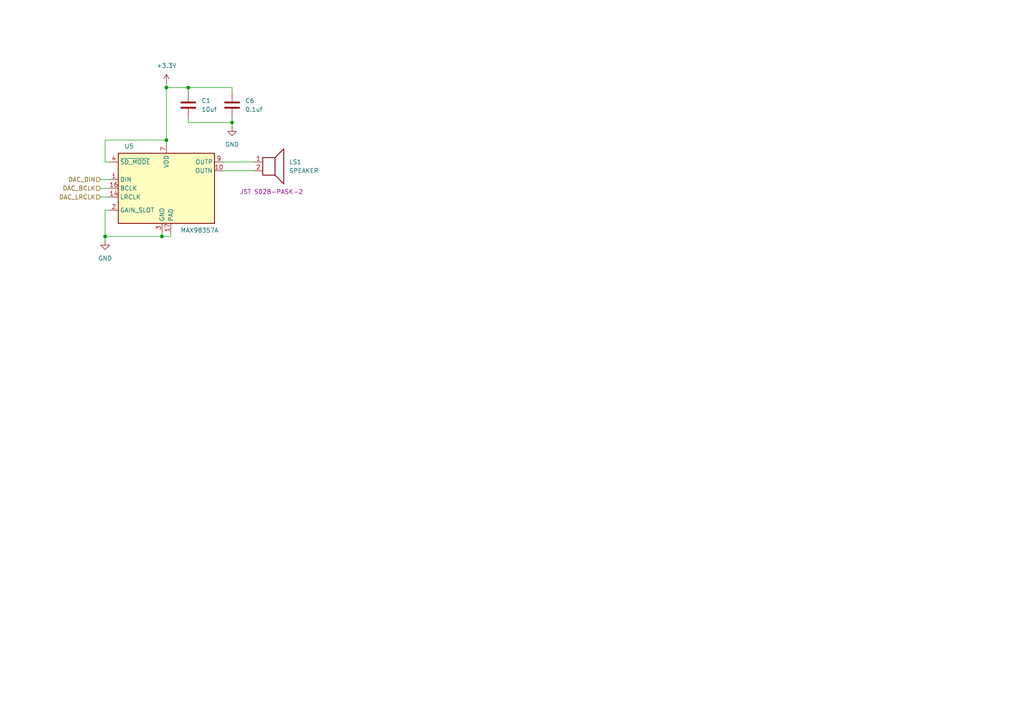
<source format=kicad_sch>
(kicad_sch (version 20250114) (generator "eeschema") (generator_version "9.0")
  (paper "A4")
  (lib_symbols
    (symbol "Audio:MAX98357A"
      (property "Reference" "U5" (at -12.192 12.192 0))
      (property "Value" "MAX98357A" (at 4.064 -12.192 0))
      (symbol "MAX98357A_1_1"
        (rectangle (start -13.97 10.16) (end 13.97 -10.16) (stroke (width 0.254)) (fill (type background)))
        (pin input line (at -16.51 7.62 0) (length 2.54) (name "~{SD_MODE}") (number "4"))
        (pin input line (at -16.51 2.54 0) (length 2.54) (name "DIN") (number "1"))
        (pin input line (at -16.51 0 0) (length 2.54) (name "BCLK") (number "16"))
        (pin input line (at -16.51 -2.54 0) (length 2.54) (name "LRCLK") (number "14"))
        (pin passive line (at -16.51 -6.35 0) (length 2.54) (name "GAIN_SLOT") (number "2"))
        (pin passive line (at -1.27 -12.7 90) (length 2.54) (hide yes) (name "GND") (number "11"))
        (pin passive line (at -1.27 -12.7 90) (length 2.54) (hide yes) (name "GND") (number "15"))
        (pin power_in line (at -1.27 -12.7 90) (length 2.54) (name "GND") (number "3"))
        (pin power_in line (at 0 12.7 270) (length 2.54) (name "VDD") (number "7"))
        (pin passive line (at 0 12.7 270) (length 2.54) (hide yes) (name "VDD") (number "8"))
        (pin unspecified line (at 1.27 -12.7 90) (length 2.54) (name "PAD") (number "17"))
        (pin no_connect line (at 10.16 2.54 180) (length 2.54) (hide yes) (name "NC") (number "5"))
        (pin no_connect line (at 10.16 0 180) (length 2.54) (hide yes) (name "NC") (number "6"))
        (pin no_connect line (at 10.16 -5.08 180) (length 2.54) (hide yes) (name "NC") (number "12"))
        (pin no_connect line (at 10.16 -7.62 180) (length 2.54) (hide yes) (name "NC") (number "13"))
        (pin output line (at 16.51 7.62 180) (length 2.54) (name "OUTP") (number "9"))
        (pin output line (at 16.51 5.08 180) (length 2.54) (name "OUTN") (number "10"))
      )
    )
    (symbol "Device:C" (pin_numbers (hide yes)) (pin_names (offset 0.254))
      (property "Reference" "C" (at 0.635 2.54 0))
      (property "Value" "C" (at 0.635 -2.54 0))
      (symbol "C_0_1"
        (polyline (pts (xy -2.032 0.762) (xy 2.032 0.762)) (stroke (width 0.508)))
        (polyline (pts (xy -2.032 -0.762) (xy 2.032 -0.762)) (stroke (width 0.508)))
      )
      (symbol "C_1_1"
        (pin passive line (at 0 3.81 270) (length 2.794) (name "~") (number "1"))
        (pin passive line (at 0 -3.81 90) (length 2.794) (name "~") (number "2"))
      )
    )
    (symbol "Device:Speaker" (pin_names (offset 0) (hide yes))
      (property "Reference" "LS" (at 1.27 5.715 0))
      (property "Value" "Speaker" (at 1.27 3.81 0))
      (symbol "Speaker_0_0"
        (rectangle (start -2.54 1.27) (end 1.016 -3.81) (stroke (width 0.254)))
        (polyline (pts (xy 1.016 1.27) (xy 3.556 3.81) (xy 3.556 -6.35) (xy 1.016 -3.81)) (stroke (width 0.254)))
      )
      (symbol "Speaker_1_1"
        (pin input line (at -5.08 0 0) (length 2.54) (name "1") (number "1"))
        (pin input line (at -5.08 -2.54 0) (length 2.54) (name "2") (number "2"))
      )
    )
    (symbol "power:+3.3V" (power) (pin_numbers (hide yes)) (pin_names (offset 0) (hide yes))
      (property "Value" "+3.3V" (at 0 3.556 0))
      (symbol "+3.3V_0_1"
        (polyline (pts (xy -0.762 1.27) (xy 0 2.54)))
        (polyline (pts (xy 0 2.54) (xy 0.762 1.27)))
        (polyline (pts (xy 0 0) (xy 0 2.54)))
      )
      (symbol "+3.3V_1_1"
        (pin power_in line (at 0 0 90) (length 0) (name "~") (number "1"))
      )
    )
    (symbol "power:GND" (power) (pin_numbers (hide yes)) (pin_names (offset 0) (hide yes))
      (property "Value" "GND" (at 0 -3.81 0))
      (symbol "GND_0_1"
        (polyline (pts (xy 0 0) (xy 0 -1.27) (xy 1.27 -1.27) (xy 0 -2.54) (xy -1.27 -1.27) (xy 0 -1.27)))
      )
      (symbol "GND_1_1"
        (pin power_in line (at 0 0 270) (length 0) (name "~") (number "1"))
      )
    )
  )
  (junction (at 67.31 35.56))
  (junction (at 30.48 68.58))
  (junction (at 48.26 25.4))
  (junction (at 48.26 40.64))
  (junction (at 54.61 25.4))
  (junction (at 46.99 68.58))
  (wire (pts (xy 54.61 35.56) (xy 67.31 35.56)))
  (wire (pts (xy 29.21 54.61) (xy 31.75 54.61)))
  (wire (pts (xy 54.61 25.4) (xy 67.31 25.4)))
  (wire (pts (xy 30.48 60.96) (xy 30.48 68.58)))
  (wire (pts (xy 30.48 46.99) (xy 31.75 46.99)))
  (wire (pts (xy 30.48 68.58) (xy 46.99 68.58)))
  (wire (pts (xy 67.31 35.56) (xy 67.31 34.29)))
  (wire (pts (xy 46.99 68.58) (xy 49.53 68.58)))
  (wire (pts (xy 30.48 60.96) (xy 31.75 60.96)))
  (wire (pts (xy 48.26 25.4) (xy 54.61 25.4)))
  (wire (pts (xy 30.48 40.64) (xy 30.48 46.99)))
  (wire (pts (xy 49.53 68.58) (xy 49.53 67.31)))
  (wire (pts (xy 48.26 25.4) (xy 48.26 40.64)))
  (wire (pts (xy 29.21 57.15) (xy 31.75 57.15)))
  (wire (pts (xy 67.31 25.4) (xy 67.31 26.67)))
  (wire (pts (xy 48.26 40.64) (xy 48.26 41.91)))
  (wire (pts (xy 30.48 68.58) (xy 30.48 69.85)))
  (wire (pts (xy 67.31 35.56) (xy 67.31 36.83)))
  (wire (pts (xy 64.77 49.53) (xy 73.66 49.53)))
  (wire (pts (xy 29.21 52.07) (xy 31.75 52.07)))
  (wire (pts (xy 48.26 40.64) (xy 30.48 40.64)))
  (wire (pts (xy 64.77 46.99) (xy 73.66 46.99)))
  (wire (pts (xy 48.26 24.13) (xy 48.26 25.4)))
  (wire (pts (xy 54.61 34.29) (xy 54.61 35.56)))
  (wire (pts (xy 46.99 67.31) (xy 46.99 68.58)))
  (wire (pts (xy 54.61 25.4) (xy 54.61 26.67)))
  (hierarchical_label "DAC_BCLK" (shape input) (at 29.21 54.61 180))
  (hierarchical_label "DAC_DIN" (shape input) (at 29.21 52.07 180))
  (hierarchical_label "DAC_LRCLK" (shape input) (at 29.21 57.15 180))
  (symbol (lib_id "Audio:MAX98357A") (at 48.26 54.61 0) (unit 1)
    (property "Reference" "U5" (at 36.068 42.418 0) (effects (justify left)))
    (property "Value" "MAX98357A" (at 52.324 66.802 0) (effects (justify left)))
    (property "Footprint" "Package_DFN_QFN:TQFN-16-1EP_3x3mm_P0.5mm_EP1.23x1.23mm" (effects (hide yes)))
    (property "Datasheet" "https://www.analog.com/media/en/technical-documentation/data-sheets/MAX98357A-MAX98357B.pdf" (effects (hide yes)))
    (property "Description" "Mono DAC with amplifier, I2S, PCM, TDM, 32-bit, 96khz, 3.2W, TQFP-16" (effects (hide yes)))
  )
  (symbol (lib_id "power:GND") (at 30.48 69.85 0) (unit 1)
    (property "Reference" "#PWR03" (effects (hide yes)))
    (property "Value" "GND" (at 30.48 74.93 0))
    (property "Description" "Power symbol creates a global label with name \"GND\" , ground" (effects (hide yes)))
  )
  (symbol (lib_id "power:GND") (at 67.31 36.83 0) (unit 1)
    (property "Reference" "#PWR04" (effects (hide yes)))
    (property "Value" "GND" (at 67.31 41.91 0))
    (property "Description" "Power symbol creates a global label with name \"GND\" , ground" (effects (hide yes)))
  )
  (symbol (lib_id "Device:C") (at 67.31 30.48 0) (unit 1)
    (property "Reference" "C6" (at 71.12 29.2099 0) (effects (justify left)))
    (property "Value" "0.1uf" (at 71.12 31.7499 0) (effects (justify left)))
    (property "Description" "Unpolarized capacitor" (effects (hide yes)))
  )
  (symbol (lib_id "Device:C") (at 54.61 30.48 0) (unit 1)
    (property "Reference" "C1" (at 58.42 29.2099 0) (effects (justify left)))
    (property "Value" "10uf" (at 58.42 31.7499 0) (effects (justify left)))
    (property "Description" "Unpolarized capacitor" (effects (hide yes)))
  )
  (symbol (lib_id "power:+3.3V") (at 48.26 24.13 0) (unit 1)
    (property "Reference" "#PWR02" (effects (hide yes)))
    (property "Value" "+3.3V" (at 48.26 19.05 0))
    (property "Description" "Power symbol creates a global label with name \"+3.3V\"" (effects (hide yes)))
  )
  (symbol (lib_id "Device:Speaker") (at 78.74 46.99 0) (unit 1)
    (property "Reference" "LS1" (at 83.82 46.9899 0) (effects (justify left)))
    (property "Value" "SPEAKER" (at 83.82 49.5299 0) (effects (justify left)))
    (property "Description" "Speaker" (effects (hide yes)))
    (property "Conn" "JST S02B-PASK-2" (at 78.74 55.626 0))
  )
)
</source>
